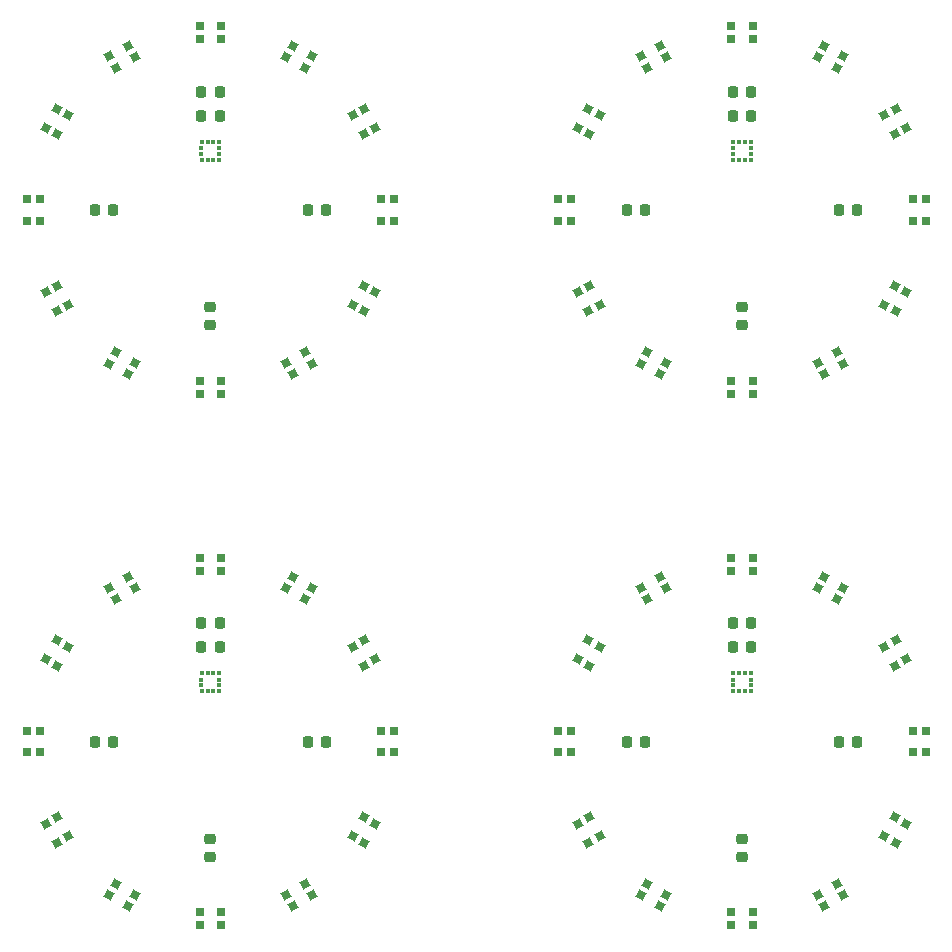
<source format=gtp>
%TF.GenerationSoftware,KiCad,Pcbnew,8.99.0-2433-g53022ab347*%
%TF.CreationDate,2024-09-29T16:39:52+02:00*%
%TF.ProjectId,BlinkyLoopSAO_2x2_panel,426c696e-6b79-44c6-9f6f-7053414f5f32,1.0*%
%TF.SameCoordinates,PX2faf080PY2faf080*%
%TF.FileFunction,Paste,Top*%
%TF.FilePolarity,Positive*%
%FSLAX46Y46*%
G04 Gerber Fmt 4.6, Leading zero omitted, Abs format (unit mm)*
G04 Created by KiCad (PCBNEW 8.99.0-2433-g53022ab347) date 2024-09-29 16:39:52*
%MOMM*%
%LPD*%
G01*
G04 APERTURE LIST*
G04 Aperture macros list*
%AMRoundRect*
0 Rectangle with rounded corners*
0 $1 Rounding radius*
0 $2 $3 $4 $5 $6 $7 $8 $9 X,Y pos of 4 corners*
0 Add a 4 corners polygon primitive as box body*
4,1,4,$2,$3,$4,$5,$6,$7,$8,$9,$2,$3,0*
0 Add four circle primitives for the rounded corners*
1,1,$1+$1,$2,$3*
1,1,$1+$1,$4,$5*
1,1,$1+$1,$6,$7*
1,1,$1+$1,$8,$9*
0 Add four rect primitives between the rounded corners*
20,1,$1+$1,$2,$3,$4,$5,0*
20,1,$1+$1,$4,$5,$6,$7,0*
20,1,$1+$1,$6,$7,$8,$9,0*
20,1,$1+$1,$8,$9,$2,$3,0*%
%AMRotRect*
0 Rectangle, with rotation*
0 The origin of the aperture is its center*
0 $1 length*
0 $2 width*
0 $3 Rotation angle, in degrees counterclockwise*
0 Add horizontal line*
21,1,$1,$2,0,0,$3*%
G04 Aperture macros list end*
%ADD10RotRect,0.700000X0.700000X240.000000*%
%ADD11R,0.700000X0.700000*%
%ADD12RoundRect,0.225000X0.225000X0.250000X-0.225000X0.250000X-0.225000X-0.250000X0.225000X-0.250000X0*%
%ADD13RoundRect,0.225000X-0.225000X-0.250000X0.225000X-0.250000X0.225000X0.250000X-0.225000X0.250000X0*%
%ADD14RotRect,0.700000X0.700000X60.000000*%
%ADD15RotRect,0.700000X0.700000X120.000000*%
%ADD16RotRect,0.700000X0.700000X30.000000*%
%ADD17RotRect,0.700000X0.700000X300.000000*%
%ADD18RotRect,0.700000X0.700000X330.000000*%
%ADD19RoundRect,0.225000X0.250000X-0.225000X0.250000X0.225000X-0.250000X0.225000X-0.250000X-0.225000X0*%
%ADD20RotRect,0.700000X0.700000X150.000000*%
%ADD21R,0.350000X0.375000*%
%ADD22R,0.375000X0.350000*%
%ADD23RotRect,0.700000X0.700000X210.000000*%
G04 APERTURE END LIST*
D10*
%TO.C,D10*%
X12943813Y-16982587D03*
X11991186Y-16432585D03*
X11076187Y-18017413D03*
X12028814Y-18567415D03*
%TD*%
D11*
%TO.C,D12*%
X25915000Y-10550000D03*
X25915000Y-9450000D03*
X24085000Y-9450000D03*
X24085000Y-10550000D03*
%TD*%
D12*
%TO.C,C1*%
X25775001Y-15000000D03*
X24224999Y-15000000D03*
%TD*%
D13*
%TO.C,C5*%
X15225000Y-25000000D03*
X16775000Y-25000000D03*
%TD*%
D12*
%TO.C,C2*%
X25775001Y-17000000D03*
X24224999Y-17000000D03*
%TD*%
D11*
%TO.C,D6*%
X24085000Y-39450000D03*
X24085000Y-40550000D03*
X25915000Y-40550000D03*
X25915000Y-39450000D03*
%TD*%
D14*
%TO.C,D4*%
X37056185Y-33017413D03*
X38008814Y-33567413D03*
X38923815Y-31982587D03*
X37971186Y-31432587D03*
%TD*%
D15*
%TO.C,D2*%
X37971186Y-18567415D03*
X38923813Y-18017413D03*
X38008814Y-16432585D03*
X37056187Y-16982587D03*
%TD*%
D11*
%TO.C,D3*%
X39450000Y-25915000D03*
X40550000Y-25915000D03*
X40550000Y-24085000D03*
X39450000Y-24085000D03*
%TD*%
D16*
%TO.C,D5*%
X31432586Y-37971187D03*
X31982587Y-38923814D03*
X33567414Y-38008813D03*
X33017413Y-37056186D03*
%TD*%
D12*
%TO.C,C3*%
X34775001Y-25000000D03*
X33224999Y-25000000D03*
%TD*%
D17*
%TO.C,D8*%
X12028814Y-31432587D03*
X11076186Y-31982588D03*
X11991186Y-33567413D03*
X12943814Y-33017412D03*
%TD*%
D18*
%TO.C,D7*%
X16982587Y-37056186D03*
X16432586Y-38008813D03*
X18017413Y-38923814D03*
X18567414Y-37971187D03*
%TD*%
D19*
%TO.C,C4*%
X25000000Y-34775001D03*
X25000000Y-33224999D03*
%TD*%
D20*
%TO.C,D1*%
X33017414Y-12943815D03*
X33567411Y-11991186D03*
X31982586Y-11076185D03*
X31432589Y-12028814D03*
%TD*%
D21*
%TO.C,U1*%
X24249999Y-20762501D03*
X24750001Y-20762498D03*
X25249999Y-20762500D03*
X25750001Y-20762499D03*
D22*
X25762498Y-20249999D03*
X25762500Y-19750001D03*
D21*
X25750001Y-19237499D03*
X25249999Y-19237502D03*
X24750001Y-19237500D03*
X24249999Y-19237501D03*
D22*
X24237502Y-19750001D03*
X24237500Y-20249999D03*
%TD*%
D11*
%TO.C,D9*%
X10550000Y-24085000D03*
X9450000Y-24085000D03*
X9450000Y-25915000D03*
X10550000Y-25915000D03*
%TD*%
D23*
%TO.C,D11*%
X18567412Y-12028814D03*
X18017411Y-11076186D03*
X16432588Y-11991186D03*
X16982589Y-12943814D03*
%TD*%
D10*
%TO.C,D10*%
X57943813Y-16982587D03*
X56991186Y-16432585D03*
X56076187Y-18017413D03*
X57028814Y-18567415D03*
%TD*%
D11*
%TO.C,D12*%
X70915000Y-10550000D03*
X70915000Y-9450000D03*
X69085000Y-9450000D03*
X69085000Y-10550000D03*
%TD*%
D12*
%TO.C,C1*%
X70775001Y-15000000D03*
X69224999Y-15000000D03*
%TD*%
D13*
%TO.C,C5*%
X60225000Y-25000000D03*
X61775000Y-25000000D03*
%TD*%
D12*
%TO.C,C2*%
X70775001Y-17000000D03*
X69224999Y-17000000D03*
%TD*%
D11*
%TO.C,D6*%
X69085000Y-39450000D03*
X69085000Y-40550000D03*
X70915000Y-40550000D03*
X70915000Y-39450000D03*
%TD*%
D14*
%TO.C,D4*%
X82056185Y-33017413D03*
X83008814Y-33567413D03*
X83923815Y-31982587D03*
X82971186Y-31432587D03*
%TD*%
D15*
%TO.C,D2*%
X82971186Y-18567415D03*
X83923813Y-18017413D03*
X83008814Y-16432585D03*
X82056187Y-16982587D03*
%TD*%
D11*
%TO.C,D3*%
X84450000Y-25915000D03*
X85550000Y-25915000D03*
X85550000Y-24085000D03*
X84450000Y-24085000D03*
%TD*%
D16*
%TO.C,D5*%
X76432586Y-37971187D03*
X76982587Y-38923814D03*
X78567414Y-38008813D03*
X78017413Y-37056186D03*
%TD*%
D12*
%TO.C,C3*%
X79775001Y-25000000D03*
X78224999Y-25000000D03*
%TD*%
D17*
%TO.C,D8*%
X57028814Y-31432587D03*
X56076186Y-31982588D03*
X56991186Y-33567413D03*
X57943814Y-33017412D03*
%TD*%
D18*
%TO.C,D7*%
X61982587Y-37056186D03*
X61432586Y-38008813D03*
X63017413Y-38923814D03*
X63567414Y-37971187D03*
%TD*%
D19*
%TO.C,C4*%
X70000000Y-34775001D03*
X70000000Y-33224999D03*
%TD*%
D20*
%TO.C,D1*%
X78017414Y-12943815D03*
X78567411Y-11991186D03*
X76982586Y-11076185D03*
X76432589Y-12028814D03*
%TD*%
D21*
%TO.C,U1*%
X69249999Y-20762501D03*
X69750001Y-20762498D03*
X70249999Y-20762500D03*
X70750001Y-20762499D03*
D22*
X70762498Y-20249999D03*
X70762500Y-19750001D03*
D21*
X70750001Y-19237499D03*
X70249999Y-19237502D03*
X69750001Y-19237500D03*
X69249999Y-19237501D03*
D22*
X69237502Y-19750001D03*
X69237500Y-20249999D03*
%TD*%
D11*
%TO.C,D9*%
X55550000Y-24085000D03*
X54450000Y-24085000D03*
X54450000Y-25915000D03*
X55550000Y-25915000D03*
%TD*%
D23*
%TO.C,D11*%
X63567412Y-12028814D03*
X63017411Y-11076186D03*
X61432588Y-11991186D03*
X61982589Y-12943814D03*
%TD*%
D10*
%TO.C,D10*%
X12943813Y-61982587D03*
X11991186Y-61432585D03*
X11076187Y-63017413D03*
X12028814Y-63567415D03*
%TD*%
D11*
%TO.C,D12*%
X25915000Y-55550000D03*
X25915000Y-54450000D03*
X24085000Y-54450000D03*
X24085000Y-55550000D03*
%TD*%
D12*
%TO.C,C1*%
X25775001Y-60000000D03*
X24224999Y-60000000D03*
%TD*%
D13*
%TO.C,C5*%
X15225000Y-70000000D03*
X16775000Y-70000000D03*
%TD*%
D12*
%TO.C,C2*%
X25775001Y-62000000D03*
X24224999Y-62000000D03*
%TD*%
D11*
%TO.C,D6*%
X24085000Y-84450000D03*
X24085000Y-85550000D03*
X25915000Y-85550000D03*
X25915000Y-84450000D03*
%TD*%
D14*
%TO.C,D4*%
X37056185Y-78017413D03*
X38008814Y-78567413D03*
X38923815Y-76982587D03*
X37971186Y-76432587D03*
%TD*%
D15*
%TO.C,D2*%
X37971186Y-63567415D03*
X38923813Y-63017413D03*
X38008814Y-61432585D03*
X37056187Y-61982587D03*
%TD*%
D11*
%TO.C,D3*%
X39450000Y-70915000D03*
X40550000Y-70915000D03*
X40550000Y-69085000D03*
X39450000Y-69085000D03*
%TD*%
D16*
%TO.C,D5*%
X31432586Y-82971187D03*
X31982587Y-83923814D03*
X33567414Y-83008813D03*
X33017413Y-82056186D03*
%TD*%
D12*
%TO.C,C3*%
X34775001Y-70000000D03*
X33224999Y-70000000D03*
%TD*%
D17*
%TO.C,D8*%
X12028814Y-76432587D03*
X11076186Y-76982588D03*
X11991186Y-78567413D03*
X12943814Y-78017412D03*
%TD*%
D18*
%TO.C,D7*%
X16982587Y-82056186D03*
X16432586Y-83008813D03*
X18017413Y-83923814D03*
X18567414Y-82971187D03*
%TD*%
D19*
%TO.C,C4*%
X25000000Y-79775001D03*
X25000000Y-78224999D03*
%TD*%
D20*
%TO.C,D1*%
X33017414Y-57943815D03*
X33567411Y-56991186D03*
X31982586Y-56076185D03*
X31432589Y-57028814D03*
%TD*%
D21*
%TO.C,U1*%
X24249999Y-65762501D03*
X24750001Y-65762498D03*
X25249999Y-65762500D03*
X25750001Y-65762499D03*
D22*
X25762498Y-65249999D03*
X25762500Y-64750001D03*
D21*
X25750001Y-64237499D03*
X25249999Y-64237502D03*
X24750001Y-64237500D03*
X24249999Y-64237501D03*
D22*
X24237502Y-64750001D03*
X24237500Y-65249999D03*
%TD*%
D11*
%TO.C,D9*%
X10550000Y-69085000D03*
X9450000Y-69085000D03*
X9450000Y-70915000D03*
X10550000Y-70915000D03*
%TD*%
D23*
%TO.C,D11*%
X18567412Y-57028814D03*
X18017411Y-56076186D03*
X16432588Y-56991186D03*
X16982589Y-57943814D03*
%TD*%
D10*
%TO.C,D10*%
X57943813Y-61982587D03*
X56991186Y-61432585D03*
X56076187Y-63017413D03*
X57028814Y-63567415D03*
%TD*%
D11*
%TO.C,D12*%
X70915000Y-55550000D03*
X70915000Y-54450000D03*
X69085000Y-54450000D03*
X69085000Y-55550000D03*
%TD*%
D12*
%TO.C,C1*%
X70775001Y-60000000D03*
X69224999Y-60000000D03*
%TD*%
D13*
%TO.C,C5*%
X60225000Y-70000000D03*
X61775000Y-70000000D03*
%TD*%
D12*
%TO.C,C2*%
X70775001Y-62000000D03*
X69224999Y-62000000D03*
%TD*%
D11*
%TO.C,D6*%
X69085000Y-84450000D03*
X69085000Y-85550000D03*
X70915000Y-85550000D03*
X70915000Y-84450000D03*
%TD*%
D14*
%TO.C,D4*%
X82056185Y-78017413D03*
X83008814Y-78567413D03*
X83923815Y-76982587D03*
X82971186Y-76432587D03*
%TD*%
D15*
%TO.C,D2*%
X82971186Y-63567415D03*
X83923813Y-63017413D03*
X83008814Y-61432585D03*
X82056187Y-61982587D03*
%TD*%
D11*
%TO.C,D3*%
X84450000Y-70915000D03*
X85550000Y-70915000D03*
X85550000Y-69085000D03*
X84450000Y-69085000D03*
%TD*%
D16*
%TO.C,D5*%
X76432586Y-82971187D03*
X76982587Y-83923814D03*
X78567414Y-83008813D03*
X78017413Y-82056186D03*
%TD*%
D12*
%TO.C,C3*%
X79775001Y-70000000D03*
X78224999Y-70000000D03*
%TD*%
D17*
%TO.C,D8*%
X57028814Y-76432587D03*
X56076186Y-76982588D03*
X56991186Y-78567413D03*
X57943814Y-78017412D03*
%TD*%
D18*
%TO.C,D7*%
X61982587Y-82056186D03*
X61432586Y-83008813D03*
X63017413Y-83923814D03*
X63567414Y-82971187D03*
%TD*%
D19*
%TO.C,C4*%
X70000000Y-79775001D03*
X70000000Y-78224999D03*
%TD*%
D20*
%TO.C,D1*%
X78017414Y-57943815D03*
X78567411Y-56991186D03*
X76982586Y-56076185D03*
X76432589Y-57028814D03*
%TD*%
D21*
%TO.C,U1*%
X69249999Y-65762501D03*
X69750001Y-65762498D03*
X70249999Y-65762500D03*
X70750001Y-65762499D03*
D22*
X70762498Y-65249999D03*
X70762500Y-64750001D03*
D21*
X70750001Y-64237499D03*
X70249999Y-64237502D03*
X69750001Y-64237500D03*
X69249999Y-64237501D03*
D22*
X69237502Y-64750001D03*
X69237500Y-65249999D03*
%TD*%
D11*
%TO.C,D9*%
X55550000Y-69085000D03*
X54450000Y-69085000D03*
X54450000Y-70915000D03*
X55550000Y-70915000D03*
%TD*%
D23*
%TO.C,D11*%
X63567412Y-57028814D03*
X63017411Y-56076186D03*
X61432588Y-56991186D03*
X61982589Y-57943814D03*
%TD*%
M02*

</source>
